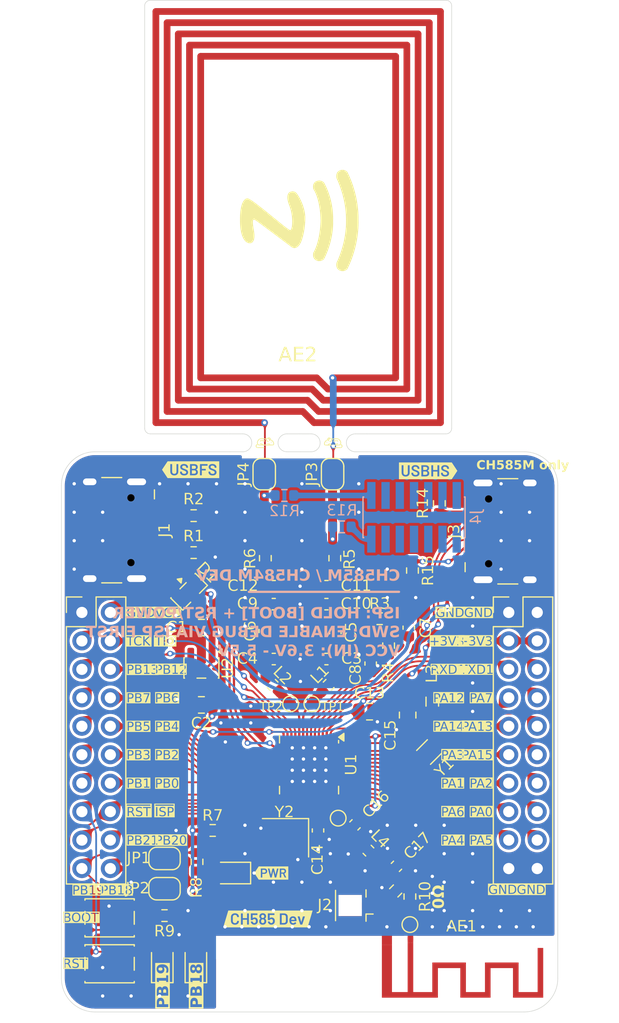
<source format=kicad_pcb>
(kicad_pcb
	(version 20241229)
	(generator "pcbnew")
	(generator_version "9.0")
	(general
		(thickness 1.6)
		(legacy_teardrops no)
	)
	(paper "A4")
	(layers
		(0 "F.Cu" signal)
		(2 "B.Cu" signal)
		(9 "F.Adhes" user "F.Adhesive")
		(11 "B.Adhes" user "B.Adhesive")
		(13 "F.Paste" user)
		(15 "B.Paste" user)
		(5 "F.SilkS" user "F.Silkscreen")
		(7 "B.SilkS" user "B.Silkscreen")
		(1 "F.Mask" user)
		(3 "B.Mask" user)
		(17 "Dwgs.User" user "User.Drawings")
		(19 "Cmts.User" user "User.Comments")
		(21 "Eco1.User" user "User.Eco1")
		(23 "Eco2.User" user "User.Eco2")
		(25 "Edge.Cuts" user)
		(27 "Margin" user)
		(31 "F.CrtYd" user "F.Courtyard")
		(29 "B.CrtYd" user "B.Courtyard")
		(35 "F.Fab" user)
		(33 "B.Fab" user)
		(39 "User.1" user)
		(41 "User.2" user)
		(43 "User.3" user)
		(45 "User.4" user)
	)
	(setup
		(stackup
			(layer "F.SilkS"
				(type "Top Silk Screen")
			)
			(layer "F.Paste"
				(type "Top Solder Paste")
			)
			(layer "F.Mask"
				(type "Top Solder Mask")
				(thickness 0.01)
			)
			(layer "F.Cu"
				(type "copper")
				(thickness 0.035)
			)
			(layer "dielectric 1"
				(type "core")
				(thickness 1.51)
				(material "FR4")
				(epsilon_r 4.5)
				(loss_tangent 0.02)
			)
			(layer "B.Cu"
				(type "copper")
				(thickness 0.035)
			)
			(layer "B.Mask"
				(type "Bottom Solder Mask")
				(thickness 0.01)
			)
			(layer "B.Paste"
				(type "Bottom Solder Paste")
			)
			(layer "B.SilkS"
				(type "Bottom Silk Screen")
			)
			(copper_finish "None")
			(dielectric_constraints no)
		)
		(pad_to_mask_clearance 0)
		(allow_soldermask_bridges_in_footprints no)
		(tenting front back)
		(grid_origin 70.16 68)
		(pcbplotparams
			(layerselection 0x00000000_00000000_55555555_5755f5ff)
			(plot_on_all_layers_selection 0x00000000_00000000_00000000_00000000)
			(disableapertmacros no)
			(usegerberextensions no)
			(usegerberattributes yes)
			(usegerberadvancedattributes yes)
			(creategerberjobfile yes)
			(dashed_line_dash_ratio 12.000000)
			(dashed_line_gap_ratio 3.000000)
			(svgprecision 4)
			(plotframeref no)
			(mode 1)
			(useauxorigin no)
			(hpglpennumber 1)
			(hpglpenspeed 20)
			(hpglpendiameter 15.000000)
			(pdf_front_fp_property_popups yes)
			(pdf_back_fp_property_popups yes)
			(pdf_metadata yes)
			(pdf_single_document no)
			(dxfpolygonmode yes)
			(dxfimperialunits yes)
			(dxfusepcbnewfont yes)
			(psnegative no)
			(psa4output no)
			(plot_black_and_white yes)
			(sketchpadsonfab no)
			(plotpadnumbers no)
			(hidednponfab no)
			(sketchdnponfab yes)
			(crossoutdnponfab yes)
			(subtractmaskfromsilk no)
			(outputformat 1)
			(mirror no)
			(drillshape 1)
			(scaleselection 1)
			(outputdirectory "")
		)
	)
	(property "SHEETTOTAL" "1")
	(net 0 "")
	(net 1 "GND")
	(net 2 "Net-(AE1-Pad1)")
	(net 3 "+3V3")
	(net 4 "Net-(C3-Pad1)")
	(net 5 "Net-(C4-Pad2)")
	(net 6 "Net-(C11-Pad1)")
	(net 7 "Net-(C10-Pad2)")
	(net 8 "Net-(C7-Pad2)")
	(net 9 "/NFCI")
	(net 10 "/NFCM")
	(net 11 "Net-(U1-VINTA)")
	(net 12 "Net-(U1-VDCIA)")
	(net 13 "Net-(U1-ANT)")
	(net 14 "VCC")
	(net 15 "VBUS")
	(net 16 "Net-(D2-A)")
	(net 17 "Net-(D3-K)")
	(net 18 "Net-(D4-K)")
	(net 19 "/UD+")
	(net 20 "unconnected-(J1-SBU2-PadB8)")
	(net 21 "/UD-")
	(net 22 "Net-(J1-CC1)")
	(net 23 "Net-(J1-CC2)")
	(net 24 "unconnected-(J1-SBU1-PadA8)")
	(net 25 "/ANT+")
	(net 26 "/ANT-")
	(net 27 "unconnected-(J4-Pin_11-Pad11)")
	(net 28 "unconnected-(J4-Pin_1-Pad1)")
	(net 29 "unconnected-(J4-Pin_10-Pad10)")
	(net 30 "unconnected-(J4-Pin_9-Pad9)")
	(net 31 "unconnected-(J4-Pin_12-Pad12)")
	(net 32 "unconnected-(J4-Pin_7-Pad7)")
	(net 33 "unconnected-(J4-Pin_3-Pad3)")
	(net 34 "unconnected-(J4-Pin_5-Pad5)")
	(net 35 "unconnected-(J4-Pin_4-Pad4)")
	(net 36 "unconnected-(J4-Pin_6-Pad6)")
	(net 37 "unconnected-(J4-Pin_8-Pad8)")
	(net 38 "unconnected-(J4-Pin_2-Pad2)")
	(net 39 "/TXD1")
	(net 40 "/RXD1")
	(net 41 "Net-(J2-In)")
	(net 42 "/TCK")
	(net 43 "/TIO")
	(net 44 "/PB18")
	(net 45 "Net-(JP1-A)")
	(net 46 "Net-(JP2-B)")
	(net 47 "/PB19")
	(net 48 "/NFC+")
	(net 49 "/NFC-")
	(net 50 "Net-(U1-VSW)")
	(net 51 "/~{ISP}")
	(net 52 "/~{RST}")
	(net 53 "/PB0")
	(net 54 "/PB6")
	(net 55 "/PB2")
	(net 56 "/PB5")
	(net 57 "/PB3")
	(net 58 "/PA3")
	(net 59 "/PA13")
	(net 60 "Net-(U1-X32MO)")
	(net 61 "/PB21")
	(net 62 "/PB13")
	(net 63 "/PB7")
	(net 64 "/PB20")
	(net 65 "/PA5")
	(net 66 "/PA7")
	(net 67 "/PA14")
	(net 68 "/PA2")
	(net 69 "/PA4")
	(net 70 "/PA0")
	(net 71 "/PB4")
	(net 72 "Net-(U1-PA10)")
	(net 73 "/PB12")
	(net 74 "/PA1")
	(net 75 "/PA6")
	(net 76 "Net-(U1-X32MI)")
	(net 77 "/PB1")
	(net 78 "/PA12")
	(net 79 "/PA15")
	(net 80 "Net-(U1-PA11)")
	(net 81 "unconnected-(U2-NC-Pad4)")
	(net 82 "Net-(C17-Pad1)")
	(net 83 "Net-(J4-Pin_13)")
	(net 84 "Net-(J4-Pin_14)")
	(net 85 "+5V")
	(net 86 "Net-(JP4-B)")
	(net 87 "Net-(JP3-B)")
	(net 88 "Net-(J3-CC2)")
	(net 89 "unconnected-(J3-SBU2-PadB8)")
	(net 90 "Net-(J3-CC1)")
	(net 91 "unconnected-(J3-SBU1-PadA8)")
	(footprint "Capacitor_SMD:C_0603_1608Metric" (layer "F.Cu") (at 71.8 103.4 -90))
	(footprint "Jumper:SolderJumper-2_P1.3mm_Open_RoundedPad1.0x1.5mm" (layer "F.Cu") (at 58.1 108.6))
	(footprint "Resistor_SMD:R_0603_1608Metric" (layer "F.Cu") (at 82.63 74.2 90))
	(footprint "Resistor_SMD:R_0603_1608Metric" (layer "F.Cu") (at 61 106.2 -90))
	(footprint "Resistor_SMD:R_0603_1608Metric" (layer "F.Cu") (at 67.1 79.1 90))
	(footprint "Capacitor_SMD:C_0603_1608Metric" (layer "F.Cu") (at 72.55 88.1 180))
	(footprint "Miiine:TS3425PA" (layer "F.Cu") (at 53.2 111.2))
	(footprint "Resistor_SMD:R_0603_1608Metric" (layer "F.Cu") (at 58.1 111 180))
	(footprint "PCM_JLCPCB:MouseBites, Mechanical, JLCPCB, 1.6mm" (layer "F.Cu") (at 76.16 69.6 90))
	(footprint "Capacitor_SMD:C_0603_1608Metric" (layer "F.Cu") (at 72.55 83.2 180))
	(footprint "Resistor_SMD:R_0603_1608Metric" (layer "F.Cu") (at 62.4 103.4))
	(footprint "Resistor_SMD:R_0603_1608Metric" (layer "F.Cu") (at 80 109.3 -90))
	(footprint "Connector_PinHeader_2.54mm:PinHeader_2x10_P2.54mm_Vertical" (layer "F.Cu") (at 50.725 83.94))
	(footprint "Capacitor_SMD:C_0603_1608Metric" (layer "F.Cu") (at 67.85 83.2 180))
	(footprint "TestPoint:TestPoint_Pad_D1.0mm" (layer "F.Cu") (at 69.35 92.1))
	(footprint "Capacitor_SMD:C_0805_2012Metric" (layer "F.Cu") (at 61.393449 92.193449 180))
	(footprint "kibuzzard-697F88F7" (layer "F.Cu") (at 81.63 71.3))
	(footprint "kibuzzard-697F890A" (layer "F.Cu") (at 60.43 71.2))
	(footprint "Capacitor_SMD:C_0603_1608Metric" (layer "F.Cu") (at 72.55 81.6 180))
	(footprint "Capacitor_SMD:C_0603_1608Metric" (layer "F.Cu") (at 79.9 85.3 90))
	(footprint "Package_TO_SOT_SMD:SOT-23"
		(layer "F.Cu")
		(uuid "4b1bc7f4-0084-4e2e-ab8e-bfc087cda5ad")
		(at 60.293449 82.093449 -45)
		(descr "SOT, 3 Pin (JEDEC TO-236 Var AB https://www.jedec.org/d
... [1775944 chars truncated]
</source>
